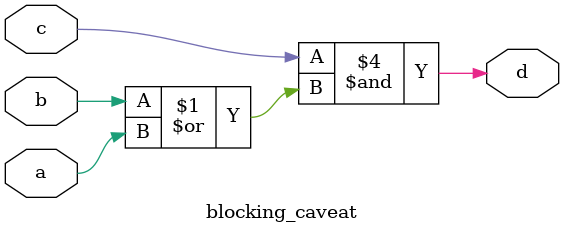
<source format=v>
/* Generated by Yosys 0.32+63 (git sha1 86df114a3, gcc 11.4.0-1ubuntu1~22.04 -fPIC -Os) */

module blocking_caveat(a, b, c, d);
  wire _0_;
  input a;
  wire a;
  input b;
  wire b;
  input c;
  wire c;
  output d;
  wire d;
  assign _0_ = ~(b | a);
  assign d = c & ~(_0_);
endmodule

</source>
